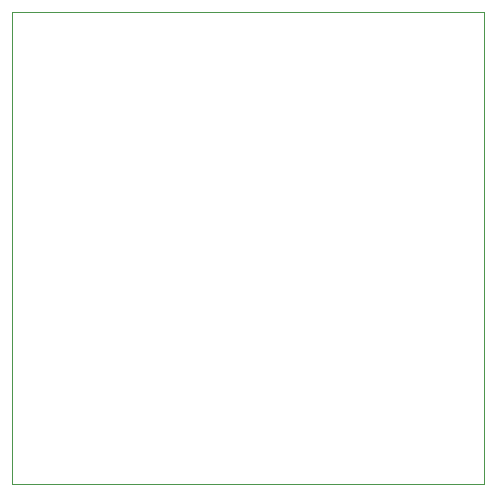
<source format=gbr>
G04*
G04 #@! TF.GenerationSoftware,Altium Limited,Altium Designer,23.2.1 (34)*
G04*
G04 Layer_Color=0*
%FSLAX25Y25*%
%MOIN*%
G70*
G04*
G04 #@! TF.SameCoordinates,276D0592-8338-4153-8C3D-7B1FABEF18E7*
G04*
G04*
G04 #@! TF.FilePolarity,Positive*
G04*
G01*
G75*
%ADD28C,0.00100*%
D28*
X277559Y206693D02*
X435039D01*
Y364173D01*
X277559D01*
Y206693D01*
M02*

</source>
